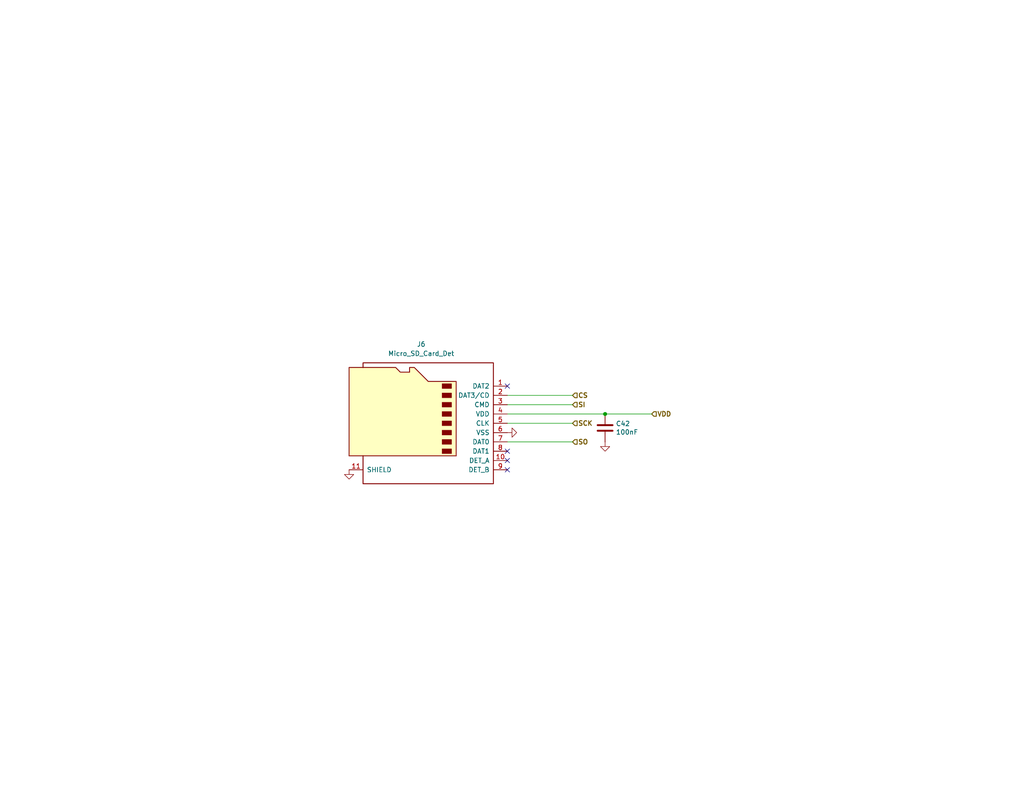
<source format=kicad_sch>
(kicad_sch (version 20250114) (generator "eeschema") (generator_version "9.0")
  (paper "A")
  (title_block (title "microRusEFI-2L") (date "2022-04-09") (rev "R0.6.0") (company "rusEFI.com") (comment 1 "Donald Becker") (comment 2 "AI6OD"))
  (lib_symbols
    (symbol "Connector:Micro_SD_Card_Det" (pin_names (offset 1.016))
      (property "Reference" "J" (at -16.51 17.78 0))
      (property "Value" "Micro_SD_Card_Det" (at 16.51 17.78 0))
      (symbol "Micro_SD_Card_Det_0_1"
        (polyline (pts (xy -8.89 -8.89) (xy -8.89 11.43) (xy -1.27 11.43) (xy 2.54 15.24) (xy 3.81 15.24) (xy 3.81 13.97) (xy 6.35 13.97) (xy 7.62 15.24) (xy 20.32 15.24) (xy 20.32 -8.89) (xy -8.89 -8.89)) (stroke (width 0.254)) (fill (type background)))
        (rectangle (start -7.62 10.795) (end -5.08 9.525) (fill (type outline)))
        (rectangle (start -7.62 8.255) (end -5.08 6.985) (fill (type outline)))
        (rectangle (start -7.62 5.715) (end -5.08 4.445) (fill (type outline)))
        (rectangle (start -7.62 3.175) (end -5.08 1.905) (fill (type outline)))
        (rectangle (start -7.62 0.635) (end -5.08 -0.635) (fill (type outline)))
        (rectangle (start -7.62 -1.905) (end -5.08 -3.175) (fill (type outline)))
        (rectangle (start -7.62 -4.445) (end -5.08 -5.715) (fill (type outline)))
        (rectangle (start -7.62 -6.985) (end -5.08 -8.255) (fill (type outline)))
        (polyline (pts (xy 16.51 15.24) (xy 16.51 16.51) (xy -19.05 16.51) (xy -19.05 -16.51) (xy 16.51 -16.51) (xy 16.51 -8.89)) (stroke (width 0.254)))
      )
      (symbol "Micro_SD_Card_Det_1_1"
        (pin bidirectional line (at -22.86 10.16 0) (length 3.81) (name "DAT2") (number "1"))
        (pin bidirectional line (at -22.86 7.62 0) (length 3.81) (name "DAT3/CD") (number "2"))
        (pin input line (at -22.86 5.08 0) (length 3.81) (name "CMD") (number "3"))
        (pin power_in line (at -22.86 2.54 0) (length 3.81) (name "VDD") (number "4"))
        (pin input line (at -22.86 0 0) (length 3.81) (name "CLK") (number "5"))
        (pin power_in line (at -22.86 -2.54 0) (length 3.81) (name "VSS") (number "6"))
        (pin bidirectional line (at -22.86 -5.08 0) (length 3.81) (name "DAT0") (number "7"))
        (pin bidirectional line (at -22.86 -7.62 0) (length 3.81) (name "DAT1") (number "8"))
        (pin passive line (at -22.86 -10.16 0) (length 3.81) (name "DET_A") (number "10"))
        (pin passive line (at -22.86 -12.7 0) (length 3.81) (name "DET_B") (number "9"))
        (pin passive line (at 20.32 -12.7 180) (length 3.81) (name "SHIELD") (number "11"))
      )
    )
    (symbol "Device:C" (pin_numbers (hide yes)) (pin_names (offset 0.254))
      (property "Reference" "C" (at 0.635 2.54 0))
      (property "Value" "C" (at 0.635 -2.54 0))
      (symbol "C_0_1"
        (polyline (pts (xy -2.032 0.762) (xy 2.032 0.762)) (stroke (width 0.508)))
        (polyline (pts (xy -2.032 -0.762) (xy 2.032 -0.762)) (stroke (width 0.508)))
      )
      (symbol "C_1_1"
        (pin passive line (at 0 3.81 270) (length 2.794) (name "~") (number "1"))
        (pin passive line (at 0 -3.81 90) (length 2.794) (name "~") (number "2"))
      )
    )
    (symbol "power:GND" (power) (pin_names (offset 0))
      (property "Value" "GND" (at 0 -3.81 0))
      (symbol "GND_0_1"
        (polyline (pts (xy 0 0) (xy 0 -1.27) (xy 1.27 -1.27) (xy 0 -2.54) (xy -1.27 -1.27) (xy 0 -1.27)))
      )
      (symbol "GND_1_1"
        (pin power_in line (at 0 0 270) (length 0) (hide yes) (name "GND") (number "1"))
      )
    )
  )
  (junction (at 165.1 113.03))
  (no_connect (at 138.43 105.41))
  (no_connect (at 138.43 123.19))
  (no_connect (at 138.43 125.73))
  (no_connect (at 138.43 128.27))
  (wire (pts (xy 165.1 113.03) (xy 177.8 113.03)))
  (wire (pts (xy 138.43 113.03) (xy 165.1 113.03)))
  (wire (pts (xy 156.21 110.49) (xy 138.43 110.49)))
  (wire (pts (xy 156.21 107.95) (xy 138.43 107.95)))
  (wire (pts (xy 156.21 120.65) (xy 138.43 120.65)))
  (wire (pts (xy 156.21 115.57) (xy 138.43 115.57)))
  (hierarchical_label "SCK" (shape input) (at 156.21 115.57 0) (effects (font (thickness 0.254) (bold yes))))
  (hierarchical_label "CS" (shape input) (at 156.21 107.95 0) (effects (font (thickness 0.254) (bold yes))))
  (hierarchical_label "SI" (shape input) (at 156.21 110.49 0) (effects (font (thickness 0.254) (bold yes))))
  (hierarchical_label "SO" (shape input) (at 156.21 120.65 0) (effects (font (thickness 0.254) (bold yes))))
  (hierarchical_label "VDD" (shape input) (at 177.8 113.03 0) (effects (font (thickness 0.254) (bold yes))))
  (symbol (lib_id "Device:C") (at 165.1 116.84 0) (unit 1)
    (property "Reference" "C42" (at 168.021 115.6716 0) (effects (justify left)))
    (property "Value" "100nF" (at 168.021 117.983 0) (effects (justify left)))
    (property "Footprint" "Capacitor_SMD:C_0603_1608Metric" (effects (hide yes)))
    (property "Part #" "C0603C104J5RACTU" (effects (hide yes)))
    (property "VEND" "DIGI" (effects (hide yes)))
    (property "VEND#" "399-7844-1-ND" (effects (hide yes)))
    (property "Manufacturer" "KEMET" (effects (hide yes)))
    (property "LCSC" "C14663" (effects (hide yes)))
  )
  (symbol (lib_id "power:GND") (at 95.25 128.27 0) (mirror y) (unit 1)
    (property "Reference" "#PWR027" (effects (hide yes)))
    (property "Value" "GND" (effects (hide yes)))
  )
  (symbol (lib_id "power:GND") (at 138.43 118.11 90) (mirror x) (unit 1)
    (property "Reference" "#PWR028" (effects (hide yes)))
    (property "Value" "GND" (effects (hide yes)))
  )
  (symbol (lib_id "power:GND") (at 165.1 120.65 0) (mirror y) (unit 1)
    (property "Reference" "#PWR0118" (effects (hide yes)))
    (property "Value" "GND" (effects (hide yes)))
  )
  (symbol (lib_id "Connector:Micro_SD_Card_Det") (at 115.57 115.57 0) (mirror y) (unit 1)
    (property "Reference" "J6" (at 114.935 93.98 0))
    (property "Value" "Micro_SD_Card_Det" (at 114.935 96.52 0))
    (property "Footprint" "Connector_Card:microSD_HC_Molex_104031-0811" (effects (hide yes)))
    (property "LCSC" "C585350" (effects (hide yes)))
  )
)
</source>
